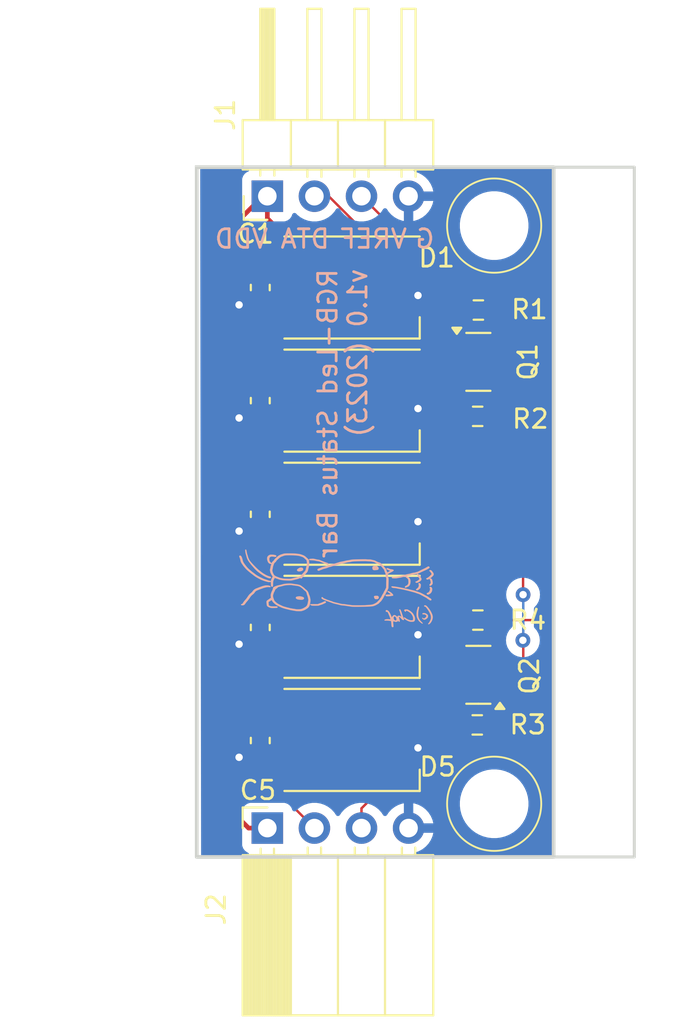
<source format=kicad_pcb>
(kicad_pcb (version 20240108) (generator "pcbnew") (generator_version "8.0")
  (title_block (company "chof.org"))
  (layers (0 "F.Cu" signal) (31 "B.Cu" signal) (34 "B.Paste" user) (35 "F.Paste" user) (36 "B.SilkS" user "B.Silkscreen") (37 "F.SilkS" user "F.Silkscreen") (38 "B.Mask" user) (39 "F.Mask" user) (44 "Edge.Cuts" user))
  (net 0 "")
  (net 1 "VDD")
  (net 2 "GND")
  (net 3 "Net-(D1-DOUT)")
  (net 4 "Net-(D1-DIN)")
  (net 5 "Net-(D2-DOUT)")
  (net 6 "Net-(D3-DOUT)")
  (net 7 "Net-(D4-DOUT)")
  (net 8 "Net-(D5-DOUT)")
  (net 9 "VREF")
  (net 10 "LED_CTRL_IN")
  (net 11 "LED_CTRL_OUT")
  (footprint "LED_SMD:LED_WS2812B_PLCC4_5.0x5.0mm_P3.2mm" (layer "F.Cu") (at 131.064 79.837)
    (property "Reference" "D1" (at 4.566 -1.607 0) (layer "F.SilkS"))
    (property "Value" "WS2812B")
    (pad "1" smd rect (at -2.45 -1.65) (size 1.5 0.9) (layers "F.Cu" "F.Paste" "F.Mask") (net 1 "VDD"))
    (pad "2" smd rect (at -2.45 1.65) (size 1.5 0.9) (layers "F.Cu" "F.Paste" "F.Mask") (net 3 "Net-(D1-DOUT)"))
    (pad "3" smd rect (at 2.45 1.65) (size 1.5 0.9) (layers "F.Cu" "F.Paste" "F.Mask") (net 2 "GND"))
    (pad "4" smd rect (at 2.45 -1.65) (size 1.5 0.9) (layers "F.Cu" "F.Paste" "F.Mask") (net 4 "Net-(D1-DIN)"))
  )
  (footprint "Resistor_SMD:R_0603_1608Metric_Pad0.98x0.95mm_HandSolder" (layer "F.Cu") (at 137.8775 81.05 180)
    (property "Reference" "R1" (at -2.7525 0.03 0) (layer "F.SilkS"))
    (property "Value" "10k")
    (pad "1" smd roundrect (at -0.9125 0 180) (size 0.975 0.95) (layers "F.Cu" "F.Paste" "F.Mask") (net 9 "VREF"))
    (pad "2" smd roundrect (at 0.9125 0 180) (size 0.975 0.95) (layers "F.Cu" "F.Paste" "F.Mask") (net 10 "LED_CTRL_IN"))
  )
  (footprint "Chof747 Footprints:MountingHole_3.2mm_M3-smallBorder" (layer "F.Cu") (at 138.73 107.66)
    (property "Reference" "H2" (hide yes))
    (property "Value" "MountingHole" (hide yes))
    (pad "" np_thru_hole circle (at 0 0) (size 3.2 3.2) (drill 3.2) (layers "*.Cu" "*.Mask"))
  )
  (footprint "Capacitor_SMD:C_0603_1608Metric_Pad1.08x0.95mm_HandSolder" (layer "F.Cu") (at 126.111 98.156 -90)
    (property "Reference" "C4" (hide yes))
    (property "Value" "100nF" (hide yes))
    (pad "1" smd roundrect (at -0.8625 0 270) (size 1.075 0.95) (layers "F.Cu" "F.Paste" "F.Mask") (net 1 "VDD"))
    (pad "2" smd roundrect (at 0.8625 0 270) (size 1.075 0.95) (layers "F.Cu" "F.Paste" "F.Mask") (net 2 "GND"))
  )
  (footprint "Resistor_SMD:R_0603_1608Metric_Pad0.98x0.95mm_HandSolder" (layer "F.Cu") (at 137.8175 103.41 180)
    (property "Reference" "R3" (at -2.7225 0.01 0) (layer "F.SilkS"))
    (property "Value" "10k")
    (pad "1" smd roundrect (at -0.9125 0 180) (size 0.975 0.95) (layers "F.Cu" "F.Paste" "F.Mask") (net 1 "VDD"))
    (pad "2" smd roundrect (at 0.9125 0 180) (size 0.975 0.95) (layers "F.Cu" "F.Paste" "F.Mask") (net 8 "Net-(D5-DOUT)"))
  )
  (footprint "LED_SMD:LED_WS2812B_PLCC4_5.0x5.0mm_P3.2mm" (layer "F.Cu") (at 131.064 85.933)
    (property "Reference" "D2" (hide yes))
    (property "Value" "WS2812B" (hide yes))
    (pad "1" smd rect (at -2.45 -1.65) (size 1.5 0.9) (layers "F.Cu" "F.Paste" "F.Mask") (net 1 "VDD"))
    (pad "2" smd rect (at -2.45 1.65) (size 1.5 0.9) (layers "F.Cu" "F.Paste" "F.Mask") (net 5 "Net-(D2-DOUT)"))
    (pad "3" smd rect (at 2.45 1.65) (size 1.5 0.9) (layers "F.Cu" "F.Paste" "F.Mask") (net 2 "GND"))
    (pad "4" smd rect (at 2.45 -1.65) (size 1.5 0.9) (layers "F.Cu" "F.Paste" "F.Mask") (net 3 "Net-(D1-DOUT)"))
  )
  (footprint "Capacitor_SMD:C_0603_1608Metric_Pad1.08x0.95mm_HandSolder" (layer "F.Cu") (at 126.111 104.252 -90)
    (property "Reference" "C5" (at 2.682 0.127 180) (layer "F.SilkS"))
    (property "Value" "100nF" (hide yes))
    (pad "1" smd roundrect (at -0.8625 0 270) (size 1.075 0.95) (layers "F.Cu" "F.Paste" "F.Mask") (net 1 "VDD"))
    (pad "2" smd roundrect (at 0.8625 0 270) (size 1.075 0.95) (layers "F.Cu" "F.Paste" "F.Mask") (net 2 "GND"))
  )
  (footprint "Connector_PinSocket_2.54mm:PinSocket_1x04_P2.54mm_Horizontal" (layer "F.Cu") (at 126.492 108.97 90)
    (property "Reference" "J2" (at -4.38 -2.77 90) (layer "F.SilkS"))
    (property "Value" "Conn_01x04")
    (pad "1" thru_hole rect (at 0 0 90) (size 1.7 1.7) (drill 1) (layers "*.Cu" "*.Mask") (net 1 "VDD"))
    (pad "2" thru_hole oval (at 0 2.54 90) (size 1.7 1.7) (drill 1) (layers "*.Cu" "*.Mask") (net 11 "LED_CTRL_OUT"))
    (pad "3" thru_hole oval (at 0 5.08 90) (size 1.7 1.7) (drill 1) (layers "*.Cu" "*.Mask") (net 9 "VREF"))
    (pad "4" thru_hole oval (at 0 7.62 90) (size 1.7 1.7) (drill 1) (layers "*.Cu" "*.Mask") (net 2 "GND"))
  )
  (footprint "Package_TO_SOT_SMD:SOT-23" (layer "F.Cu") (at 137.8775 83.844)
    (property "Reference" "Q1" (at 2.667 0 90) (layer "F.SilkS"))
    (property "Value" "2N7002")
    (pad "1" smd roundrect (at -0.9375 -0.95) (size 1.475 0.6) (layers "F.Cu" "F.Paste" "F.Mask") (net 9 "VREF"))
    (pad "2" smd roundrect (at -0.9375 0.95) (size 1.475 0.6) (layers "F.Cu" "F.Paste" "F.Mask") (net 10 "LED_CTRL_IN"))
    (pad "3" smd roundrect (at 0.9375 0) (size 1.475 0.6) (layers "F.Cu" "F.Paste" "F.Mask") (net 4 "Net-(D1-DIN)"))
  )
  (footprint "Resistor_SMD:R_0603_1608Metric_Pad0.98x0.95mm_HandSolder" (layer "F.Cu") (at 137.85 97.76 180)
    (property "Reference" "R4" (at -2.7025 0 0) (layer "F.SilkS"))
    (property "Value" "10k")
    (pad "1" smd roundrect (at -0.9125 0 180) (size 0.975 0.95) (layers "F.Cu" "F.Paste" "F.Mask") (net 9 "VREF"))
    (pad "2" smd roundrect (at 0.9125 0 180) (size 0.975 0.95) (layers "F.Cu" "F.Paste" "F.Mask") (net 11 "LED_CTRL_OUT"))
  )
  (footprint "Capacitor_SMD:C_0603_1608Metric_Pad1.08x0.95mm_HandSolder" (layer "F.Cu") (at 126.111 92.06 -90)
    (property "Reference" "C3" (hide yes))
    (property "Value" "100nF")
    (pad "1" smd roundrect (at -0.8625 0 270) (size 1.075 0.95) (layers "F.Cu" "F.Paste" "F.Mask") (net 1 "VDD"))
    (pad "2" smd roundrect (at 0.8625 0 270) (size 1.075 0.95) (layers "F.Cu" "F.Paste" "F.Mask") (net 2 "GND"))
  )
  (footprint "Connector_PinHeader_2.54mm:PinHeader_1x04_P2.54mm_Horizontal" (layer "F.Cu") (at 126.492 74.916 90)
    (property "Reference" "J1" (at 4.385 -2.27 90) (layer "F.SilkS"))
    (property "Value" "Conn_01x04")
    (pad "1" thru_hole rect (at 0 0 90) (size 1.7 1.7) (drill 1) (layers "*.Cu" "*.Mask") (net 1 "VDD"))
    (pad "2" thru_hole oval (at 0 2.54 90) (size 1.7 1.7) (drill 1) (layers "*.Cu" "*.Mask") (net 10 "LED_CTRL_IN"))
    (pad "3" thru_hole oval (at 0 5.08 90) (size 1.7 1.7) (drill 1) (layers "*.Cu" "*.Mask") (net 9 "VREF"))
    (pad "4" thru_hole oval (at 0 7.62 90) (size 1.7 1.7) (drill 1) (layers "*.Cu" "*.Mask") (net 2 "GND"))
  )
  (footprint "LED_SMD:LED_WS2812B_PLCC4_5.0x5.0mm_P3.2mm" (layer "F.Cu") (at 131.064 92.029)
    (property "Reference" "D3" (hide yes))
    (property "Value" "WS2812B" (hide yes))
    (pad "1" smd rect (at -2.45 -1.65) (size 1.5 0.9) (layers "F.Cu" "F.Paste" "F.Mask") (net 1 "VDD"))
    (pad "2" smd rect (at -2.45 1.65) (size 1.5 0.9) (layers "F.Cu" "F.Paste" "F.Mask") (net 6 "Net-(D3-DOUT)"))
    (pad "3" smd rect (at 2.45 1.65) (size 1.5 0.9) (layers "F.Cu" "F.Paste" "F.Mask") (net 2 "GND"))
    (pad "4" smd rect (at 2.45 -1.65) (size 1.5 0.9) (layers "F.Cu" "F.Paste" "F.Mask") (net 5 "Net-(D2-DOUT)"))
  )
  (footprint "Package_TO_SOT_SMD:SOT-23" (layer "F.Cu") (at 137.8775 100.71 180)
    (property "Reference" "Q2" (at -2.7525 -0.06 90) (layer "F.SilkS"))
    (property "Value" "2N7002")
    (pad "1" smd roundrect (at -0.9375 -0.95 180) (size 1.475 0.6) (layers "F.Cu" "F.Paste" "F.Mask") (net 1 "VDD"))
    (pad "2" smd roundrect (at -0.9375 0.95 180) (size 1.475 0.6) (layers "F.Cu" "F.Paste" "F.Mask") (net 8 "Net-(D5-DOUT)"))
    (pad "3" smd roundrect (at 0.9375 0 180) (size 1.475 0.6) (layers "F.Cu" "F.Paste" "F.Mask") (net 11 "LED_CTRL_OUT"))
  )
  (footprint "Capacitor_SMD:C_0603_1608Metric_Pad1.08x0.95mm_HandSolder" (layer "F.Cu") (at 126.111 79.837 -90)
    (property "Reference" "C1" (at -2.89 0.254 0) (layer "F.SilkS"))
    (property "Value" "100nF" (hide yes))
    (pad "1" smd roundrect (at -0.8625 0 270) (size 1.075 0.95) (layers "F.Cu" "F.Paste" "F.Mask") (net 1 "VDD"))
    (pad "2" smd roundrect (at 0.8625 0 270) (size 1.075 0.95) (layers "F.Cu" "F.Paste" "F.Mask") (net 2 "GND"))
  )
  (footprint "LED_SMD:LED_WS2812B_PLCC4_5.0x5.0mm_P3.2mm" (layer "F.Cu") (at 131.064 104.221)
    (property "Reference" "D5" (at 4.616 1.449 0) (layer "F.SilkS"))
    (property "Value" "WS2812B" (hide yes))
    (pad "1" smd rect (at -2.45 -1.65) (size 1.5 0.9) (layers "F.Cu" "F.Paste" "F.Mask") (net 1 "VDD"))
    (pad "2" smd rect (at -2.45 1.65) (size 1.5 0.9) (layers "F.Cu" "F.Paste" "F.Mask") (net 8 "Net-(D5-DOUT)"))
    (pad "3" smd rect (at 2.45 1.65) (size 1.5 0.9) (layers "F.Cu" "F.Paste" "F.Mask") (net 2 "GND"))
    (pad "4" smd rect (at 2.45 -1.65) (size 1.5 0.9) (layers "F.Cu" "F.Paste" "F.Mask") (net 7 "Net-(D4-DOUT)"))
  )
  (footprint "Resistor_SMD:R_0603_1608Metric_Pad0.98x0.95mm_HandSolder" (layer "F.Cu") (at 137.84 86.78 180)
    (property "Reference" "R2" (at -2.8425 -0.14 0) (layer "F.SilkS"))
    (property "Value" "10k")
    (pad "1" smd roundrect (at -0.9125 0 180) (size 0.975 0.95) (layers "F.Cu" "F.Paste" "F.Mask") (net 1 "VDD"))
    (pad "2" smd roundrect (at 0.9125 0 180) (size 0.975 0.95) (layers "F.Cu" "F.Paste" "F.Mask") (net 4 "Net-(D1-DIN)"))
  )
  (footprint "LED_SMD:LED_WS2812B_PLCC4_5.0x5.0mm_P3.2mm" (layer "F.Cu") (at 131.064 98.125)
    (property "Reference" "D4" (hide yes))
    (property "Value" "WS2812B" (hide yes))
    (pad "1" smd rect (at -2.45 -1.65) (size 1.5 0.9) (layers "F.Cu" "F.Paste" "F.Mask") (net 1 "VDD"))
    (pad "2" smd rect (at -2.45 1.65) (size 1.5 0.9) (layers "F.Cu" "F.Paste" "F.Mask") (net 7 "Net-(D4-DOUT)"))
    (pad "3" smd rect (at 2.45 1.65) (size 1.5 0.9) (layers "F.Cu" "F.Paste" "F.Mask") (net 2 "GND"))
    (pad "4" smd rect (at 2.45 -1.65) (size 1.5 0.9) (layers "F.Cu" "F.Paste" "F.Mask") (net 6 "Net-(D3-DOUT)"))
  )
  (footprint "Chof747 Footprints:MountingHole_3.2mm_M3-smallBorder" (layer "F.Cu") (at 138.73 76.5)
    (property "Reference" "H1" (hide yes))
    (property "Value" "MountingHole" (hide yes))
    (pad "" np_thru_hole circle (at 0 0) (size 3.2 3.2) (drill 3.2) (layers "*.Cu" "*.Mask"))
  )
  (footprint "Capacitor_SMD:C_0603_1608Metric_Pad1.08x0.95mm_HandSolder" (layer "F.Cu") (at 126.111 85.933 -90)
    (property "Reference" "C2" (hide yes))
    (property "Value" "100nF" (hide yes))
    (pad "1" smd roundrect (at -0.8625 0 270) (size 1.075 0.95) (layers "F.Cu" "F.Paste" "F.Mask") (net 1 "VDD"))
    (pad "2" smd roundrect (at 0.8625 0 270) (size 1.075 0.95) (layers "F.Cu" "F.Paste" "F.Mask") (net 2 "GND"))
  )
  (footprint "Chof747 Logos:LOGO small" (layer "B.Cu") (at 130.5 95.88 -90)
    (property "Reference" "G***" (hide yes))
    (property "Value" "LOGO" (hide yes))
  )
  (gr_rect (start 122.682 73.352) (end 141.938 110.526) (stroke (width 0.2)) (fill none) (layer "Edge.Cuts"))
  (gr_text "DTA" (at 128.524 77.216 0) (layer "B.SilkS") (effects (font (size 1 1)) (justify mirror)))
  (gr_text "VREF" (at 132.207 77.216 0) (layer "B.SilkS") (effects (font (size 1 1)) (justify mirror)))
  (gr_text "G" (at 135.001 77.216 0) (layer "B.SilkS") (effects (font (size 1 1)) (justify mirror)))
  (gr_text "VDD" (at 125.095 77.216 0) (layer "B.SilkS") (effects (font (size 1 1)) (justify mirror)))
  (gr_text "RGB-Led Status Bar\nv1.0 (2023)" (at 130.556 78.74 90) (layer "B.SilkS") (effects (font (size 1 1)) (justify left mirror)))
  (segment (start 125.48 108.97) (end 126.492 108.97) (width 0.25) (layer "F.Cu") (net 1))
  (segment (start 127.254 101.261) (end 128.614 102.621) (width 0.25) (layer "F.Cu") (net 1))
  (segment (start 128.614 90.429) (end 126.8795 90.429) (width 0.25) (layer "F.Cu") (net 1))
  (segment (start 127.254 79.597) (end 128.614 78.237) (width 0.25) (layer "F.Cu") (net 1))
  (segment (start 126.492 74.916) (end 126.252 74.916) (width 0.25) (layer "F.Cu") (net 1))
  (segment (start 128.614 84.333) (end 127.5735 85.3735) (width 0.25) (layer "F.Cu") (net 1))
  (segment (start 128.614 96.525) (end 126.8795 96.525) (width 0.25) (layer "F.Cu") (net 1))
  (segment (start 127.254 89.154) (end 128.529 90.429) (width 0.25) (layer "F.Cu") (net 1))
  (segment (start 128.529 90.429) (end 128.614 90.429) (width 0.25) (layer "F.Cu") (net 1))
  (segment (start 132.76 88.83) (end 129.3035 85.3735) (width 0.13) (layer "F.Cu") (net 1))
  (segment (start 128.567 78.187) (end 126.492 76.112) (width 0.25) (layer "F.Cu") (net 1))
  (segment (start 128.614 78.237) (end 126.8485 78.237) (width 0.25) (layer "F.Cu") (net 1))
  (segment (start 138.7525 86.78) (end 138.7525 87.5775) (width 0.13) (layer "F.Cu") (net 1))
  (segment (start 126.492 76.112) (end 126.492 74.916) (width 0.25) (layer "F.Cu") (net 1))
  (segment (start 135.02 88.83) (end 132.76 88.83) (width 0.13) (layer "F.Cu") (net 1))
  (segment (start 127.254 95.165) (end 128.614 96.525) (width 0.25) (layer "F.Cu") (net 1))
  (segment (start 126.8795 102.621) (end 126.111 103.3895) (width 0.25) (layer "F.Cu") (net 1))
  (segment (start 135.84 88.01) (end 135.02 88.83) (width 0.13) (layer "F.Cu") (net 1))
  (segment (start 140.29 89.98) (end 138.32 88.01) (width 0.13) (layer "F.Cu") (net 1))
  (segment (start 138.815 103.325) (end 138.815 101.66) (width 0.13) (layer "F.Cu") (net 1))
  (segment (start 127.254 85.693) (end 127.254 89.154) (width 0.25) (layer "F.Cu") (net 1))
  (segment (start 140.3 100.175) (end 140.3 98.68) (width 0.13) (layer "F.Cu") (net 1))
  (segment (start 129.3035 85.3735) (end 127.5735 85.3735) (width 0.13) (layer "F.Cu") (net 1))
  (segment (start 127.254 97.536) (end 127.254 101.261) (width 0.25) (layer "F.Cu") (net 1))
  (segment (start 126.8795 90.429) (end 126.111 91.1975) (width 0.25) (layer "F.Cu") (net 1))
  (segment (start 127.5735 85.3735) (end 127.254 85.693) (width 0.25) (layer "F.Cu") (net 1))
  (segment (start 127.254 82.973) (end 127.254 79.597) (width 0.25) (layer "F.Cu") (net 1))
  (segment (start 138.73 103.41) (end 138.815 103.325) (width 0.13) (layer "F.Cu") (net 1))
  (segment (start 128.614 96.525) (end 128.265 96.525) (width 0.25) (layer "F.Cu") (net 1))
  (segment (start 138.815 101.66) (end 140.3 100.175) (width 0.13) (layer "F.Cu") (net 1))
  (segment (start 138.32 88.01) (end 135.84 88.01) (width 0.13) (layer "F.Cu") (net 1))
  (segment (start 126.8485 84.333) (end 126.111 85.0705) (width 0.25) (layer "F.Cu") (net 1))
  (segment (start 127.254 91.789) (end 127.254 95.165) (width 0.25) (layer "F.Cu") (net 1))
  (segment (start 123.952 77.216) (end 123.952 107.442) (width 0.25) (layer "F.Cu") (net 1))
  (segment (start 128.614 90.429) (end 127.254 91.789) (width 0.25) (layer "F.Cu") (net 1))
  (segment (start 128.614 84.333) (end 127.254 82.973) (width 0.25) (layer "F.Cu") (net 1))
  (segment (start 128.265 96.525) (end 127.254 97.536) (width 0.25) (layer "F.Cu") (net 1))
  (segment (start 126.8795 96.525) (end 126.111 97.2935) (width 0.25) (layer "F.Cu") (net 1))
  (segment (start 123.952 107.442) (end 125.48 108.97) (width 0.25) (layer "F.Cu") (net 1))
  (segment (start 128.614 102.621) (end 126.8795 102.621) (width 0.25) (layer "F.Cu") (net 1))
  (segment (start 126.8485 78.237) (end 126.111 78.9745) (width 0.25) (layer "F.Cu") (net 1))
  (segment (start 126.252 74.916) (end 123.952 77.216) (width 0.25) (layer "F.Cu") (net 1))
  (segment (start 138.7525 87.5775) (end 138.32 88.01) (width 0.13) (layer "F.Cu") (net 1))
  (segment (start 128.614 78.187) (end 128.567 78.187) (width 0.13) (layer "F.Cu") (net 1))
  (segment (start 128.614 84.333) (end 126.8485 84.333) (width 0.25) (layer "F.Cu") (net 1))
  (segment (start 140.29 96.39) (end 140.29 89.98) (width 0.13) (layer "F.Cu") (net 1))
  (via (at 140.29 96.39) (size 0.8) (drill 0.4) (layers "F.Cu" "B.Cu") (net 1))
  (via (at 140.28 98.85) (size 0.8) (drill 0.4) (layers "F.Cu" "B.Cu") (net 1))
  (segment (start 140.3 96.4) (end 140.29 96.39) (width 0.13) (layer "B.Cu") (net 1))
  (segment (start 140.3 98.68) (end 140.3 96.4) (width 0.13) (layer "B.Cu") (net 1))
  (segment (start 134.62 92.456) (end 134.62 92.523) (width 0.25) (layer "F.Cu") (net 2))
  (segment (start 134.62 92.523) (end 133.514 93.629) (width 0.25) (layer "F.Cu") (net 2))
  (segment (start 126.0385 86.868) (end 126.111 86.7955) (width 0.25) (layer "F.Cu") (net 2))
  (segment (start 134.62 104.715) (end 133.514 105.821) (width 0.25) (layer "F.Cu") (net 2))
  (segment (start 124.968 99.06) (end 126.0695 99.06) (width 0.25) (layer "F.Cu") (net 2))
  (segment (start 134.62 80.264) (end 134.62 80.331) (width 0.25) (layer "F.Cu") (net 2))
  (segment (start 134.62 86.427) (end 133.514 87.533) (width 0.25) (layer "F.Cu") (net 2))
  (segment (start 126.111 92.9225) (end 125.0095 92.9225) (width 0.25) (layer "F.Cu") (net 2))
  (segment (start 134.62 104.648) (end 134.62 104.715) (width 0.25) (layer "F.Cu") (net 2))
  (segment (start 134.62 98.619) (end 133.514 99.725) (width 0.25) (layer "F.Cu") (net 2))
  (segment (start 124.968 86.868) (end 126.0385 86.868) (width 0.25) (layer "F.Cu") (net 2))
  (segment (start 126.0695 99.06) (end 126.111 99.0185) (width 0.25) (layer "F.Cu") (net 2))
  (segment (start 125.0095 92.9225) (end 124.968 92.964) (width 0.25) (layer "F.Cu") (net 2))
  (segment (start 124.968 105.156) (end 126.0695 105.156) (width 0.25) (layer "F.Cu") (net 2))
  (segment (start 124.968 80.772) (end 126.0385 80.772) (width 0.25) (layer "F.Cu") (net 2))
  (segment (start 126.0385 80.772) (end 126.111 80.6995) (width 0.25) (layer "F.Cu") (net 2))
  (segment (start 134.62 80.331) (end 133.514 81.437) (width 0.25) (layer "F.Cu") (net 2))
  (segment (start 134.62 98.552) (end 134.62 98.619) (width 0.25) (layer "F.Cu") (net 2))
  (segment (start 126.0695 105.156) (end 126.111 105.1145) (width 0.25) (layer "F.Cu") (net 2))
  (via (at 124.968 86.868) (size 0.8) (drill 0.4) (layers "F.Cu" "B.Cu") (net 2))
  (via (at 134.62 92.456) (size 0.8) (drill 0.4) (layers "F.Cu" "B.Cu") (net 2))
  (via (at 134.62 104.648) (size 0.8) (drill 0.4) (layers "F.Cu" "B.Cu") (net 2))
  (via (at 124.968 80.772) (size 0.8) (drill 0.4) (layers "F.Cu" "B.Cu") (net 2))
  (via (at 134.62 86.36) (size 0.8) (drill 0.4) (layers "F.Cu" "B.Cu") (net 2))
  (via (at 134.62 80.264) (size 0.8) (drill 0.4) (layers "F.Cu" "B.Cu") (net 2))
  (via (at 124.968 92.964) (size 0.8) (drill 0.4) (layers "F.Cu" "B.Cu") (net 2))
  (via (at 124.968 99.06) (size 0.8) (drill 0.4) (layers "F.Cu" "B.Cu") (net 2))
  (via (at 134.62 98.552) (size 0.8) (drill 0.4) (layers "F.Cu" "B.Cu") (net 2))
  (via (at 124.968 105.156) (size 0.8) (drill 0.4) (layers "F.Cu" "B.Cu") (net 2))
  (segment (start 128.614 81.437) (end 130.618 81.437) (width 0.13) (layer "F.Cu") (net 3))
  (segment (start 130.618 81.437) (end 133.514 84.333) (width 0.13) (layer "F.Cu") (net 3))
  (segment (start 138.81 84.8975) (end 138.81 83.849) (width 0.13) (layer "F.Cu") (net 4))
  (segment (start 135.43 79.99) (end 133.627 78.187) (width 0.13) (layer "F.Cu") (net 4))
  (segment (start 135.43 81.45) (end 135.43 79.99) (width 0.13) (layer "F.Cu") (net 4))
  (segment (start 135.27 81.61) (end 135.43 81.45) (width 0.13) (layer "F.Cu") (net 4))
  (segment (start 136.9275 86.7675) (end 135.27 85.11) (width 0.13) (layer "F.Cu") (net 4))
  (segment (start 135.27 85.11) (end 135.27 81.61) (width 0.13) (layer "F.Cu") (net 4))
  (segment (start 138.81 84.8975) (end 136.9275 86.78) (width 0.13) (layer "F.Cu") (net 4))
  (segment (start 133.627 78.187) (end 133.514 78.187) (width 0.13) (layer "F.Cu") (net 4))
  (segment (start 138.81 83.849) (end 138.815 83.844) (width 0.13) (layer "F.Cu") (net 4))
  (segment (start 136.9275 86.78) (end 136.9275 86.7675) (width 0.13) (layer "F.Cu") (net 4))
  (segment (start 128.614 87.533) (end 130.618 87.533) (width 0.13) (layer "F.Cu") (net 5))
  (segment (start 130.618 87.533) (end 133.514 90.429) (width 0.13) (layer "F.Cu") (net 5))
  (segment (start 128.614 93.629) (end 130.618 93.629) (width 0.13) (layer "F.Cu") (net 6))
  (segment (start 130.618 93.629) (end 133.514 96.525) (width 0.13) (layer "F.Cu") (net 6))
  (segment (start 130.618 99.725) (end 133.514 102.621) (width 0.13) (layer "F.Cu") (net 7))
  (segment (start 128.614 99.725) (end 130.618 99.725) (width 0.13) (layer "F.Cu") (net 7))
  (segment (start 136.465 103.85) (end 136.905 103.41) (width 0.13) (layer "F.Cu") (net 8))
  (segment (start 136.905 102.165) (end 138.815 100.255) (width 0.13) (layer "F.Cu") (net 8))
  (segment (start 138.815 100.255) (end 138.815 99.76) (width 0.13) (layer "F.Cu") (net 8))
  (segment (start 130.635 103.85) (end 136.465 103.85) (width 0.13) (layer "F.Cu") (net 8))
  (segment (start 128.614 105.871) (end 130.635 103.85) (width 0.13) (layer "F.Cu") (net 8))
  (segment (start 136.905 103.41) (end 136.905 102.165) (width 0.13) (layer "F.Cu") (net 8))
  (segment (start 137.85 104.45) (end 140.42 104.45) (width 0.13) (layer "F.Cu") (net 9))
  (segment (start 140.42 104.45) (end 141.478 103.392) (width 0.13) (layer "F.Cu") (net 9))
  (segment (start 138.7625 97.76) (end 141.178 97.76) (width 0.13) (layer "F.Cu") (net 9))
  (segment (start 132.37 107.11) (end 135.19 107.11) (width 0.13) (layer "F.Cu") (net 9))
  (segment (start 138.79 81.05) (end 138.784 81.05) (width 0.13) (layer "F.Cu") (net 9))
  (segment (start 135.19 107.11) (end 137.85 104.45) (width 0.13) (layer "F.Cu") (net 9))
  (segment (start 131.572 108.97) (end 131.572 107.908) (width 0.13) (layer "F.Cu") (net 9))
  (segment (start 133.016 76.36) (end 134.92 76.36) (width 0.13) (layer "F.Cu") (net 9))
  (segment (start 141.038 79.44) (end 141.478 79.88) (width 0.13) (layer "F.Cu") (net 9))
  (segment (start 135.86 77.84) (end 137.46 79.44) (width 0.13) (layer "F.Cu") (net 9))
  (segment (start 131.572 74.916) (end 133.016 76.36) (width 0.13) (layer "F.Cu") (net 9))
  (segment (start 141.478 97.46) (end 141.478 98.552) (width 0.13) (layer "F.Cu") (net 9))
  (segment (start 141.478 79.88) (end 141.478 97.46) (width 0.13) (layer "F.Cu") (net 9))
  (segment (start 134.92 76.36) (end 135.86 77.3) (width 0.13) (layer "F.Cu") (net 9))
  (segment (start 137.46 79.44) (end 138.79 80.77) (width 0.13) (layer "F.Cu") (net 9))
  (segment (start 141.478 103.392) (end 141.478 103.33) (width 0.13) (layer "F.Cu") (net 9))
  (segment (start 135.86 77.3) (end 135.86 77.84) (width 0.13) (layer "F.Cu") (net 9))
  (segment (start 138.784 81.05) (end 136.94 82.894) (width 0.13) (layer "F.Cu") (net 9))
  (segment (start 138.79 80.77) (end 138.79 81.05) (width 0.13) (layer "F.Cu") (net 9))
  (segment (start 131.572 107.908) (end 132.37 107.11) (width 0.13) (layer "F.Cu") (net 9))
  (segment (start 141.478 98.552) (end 141.478 103.33) (width 0.13) (layer "F.Cu") (net 9))
  (segment (start 137.46 79.44) (end 141.038 79.44) (width 0.13) (layer "F.Cu") (net 9))
  (segment (start 141.178 97.76) (end 141.478 97.46) (width 0.13) (layer "F.Cu") (net 9))
  (segment (start 135.17 77.42) (end 134.48 76.73) (width 0.13) (layer "F.Cu") (net 10))
  (segment (start 134.48 76.73) (end 131.618 76.73) (width 0.13) (layer "F.Cu") (net 10))
  (segment (start 136.94 84.794) (end 136.614 84.794) (width 0.13) (layer "F.Cu") (net 10))
  (segment (start 136.965 80.645) (end 135.17 78.85) (width 0.13) (layer "F.Cu") (net 10))
  (segment (start 136.614 84.794) (end 135.7 83.88) (width 0.13) (layer "F.Cu") (net 10))
  (segment (start 136.965 81.05) (end 136.965 80.645) (width 0.13) (layer "F.Cu") (net 10))
  (segment (start 135.17 78.85) (end 135.17 77.42) (width 0.13) (layer "F.Cu") (net 10))
  (segment (start 131.618 76.73) (end 129.804 74.916) (width 0.13) (layer "F.Cu") (net 10))
  (segment (start 135.7 83.88) (end 135.7 82.315) (width 0.13) (layer "F.Cu") (net 10))
  (segment (start 135.7 82.315) (end 136.965 81.05) (width 0.13) (layer "F.Cu") (net 10))
  (segment (start 136.9375 100.7075) (end 136.94 100.71) (width 0.13) (layer "F.Cu") (net 11))
  (segment (start 136.9375 97.76) (end 136.9375 100.7075) (width 0.13) (layer "F.Cu") (net 11))
  (segment (start 128.468 103.352) (end 127.46 104.36) (width 0.13) (layer "F.Cu") (net 11))
  (segment (start 127.44 107.3) (end 127.44 107.378) (width 0.13) (layer "F.Cu") (net 11))
  (segment (start 134.363 103.352) (end 128.468 103.352) (width 0.13) (layer "F.Cu") (net 11))
  (segment (start 127.46 104.36) (end 127.46 107.28) (width 0.13) (layer "F.Cu") (net 11))
  (segment (start 136.94 100.71) (end 136.94 100.775) (width 0.13) (layer "F.Cu") (net 11))
  (segment (start 136.94 100.775) (end 134.363 103.352) (width 0.13) (layer "F.Cu") (net 11))
  (segment (start 127.44 107.378) (end 129.032 108.97) (width 0.13) (layer "F.Cu") (net 11))
  (segment (start 127.46 107.28) (end 127.44 107.3) (width 0.13) (layer "F.Cu") (net 11))
  (zone (net 2) (net_name "GND") (layer "B.Cu") (connect_pads (clearance 0.508)) (min_thickness 0.254) (fill yes (thermal_gap 0.508) (thermal_bridge_width 0.508))
    (polygon (pts (xy 142.56 111.135075) (xy 122.92 111.085075) (xy 122.87 73.165075) (xy 142.59 73.165075)))
  )
  (gr_line (start 122.682000 73.352000) (end 146.289749 73.352000) (layer Edge.Cuts) (width 0.16))
  (gr_line (start 146.289749 73.352000) (end 146.289749 110.526000) (layer Edge.Cuts) (width 0.16))
  (gr_line (start 146.289749 110.526000) (end 122.682000 110.526000) (layer Edge.Cuts) (width 0.16))
  (gr_line (start 122.682000 110.526000) (end 122.682000 73.352000) (layer Edge.Cuts) (width 0.16))
)
</source>
